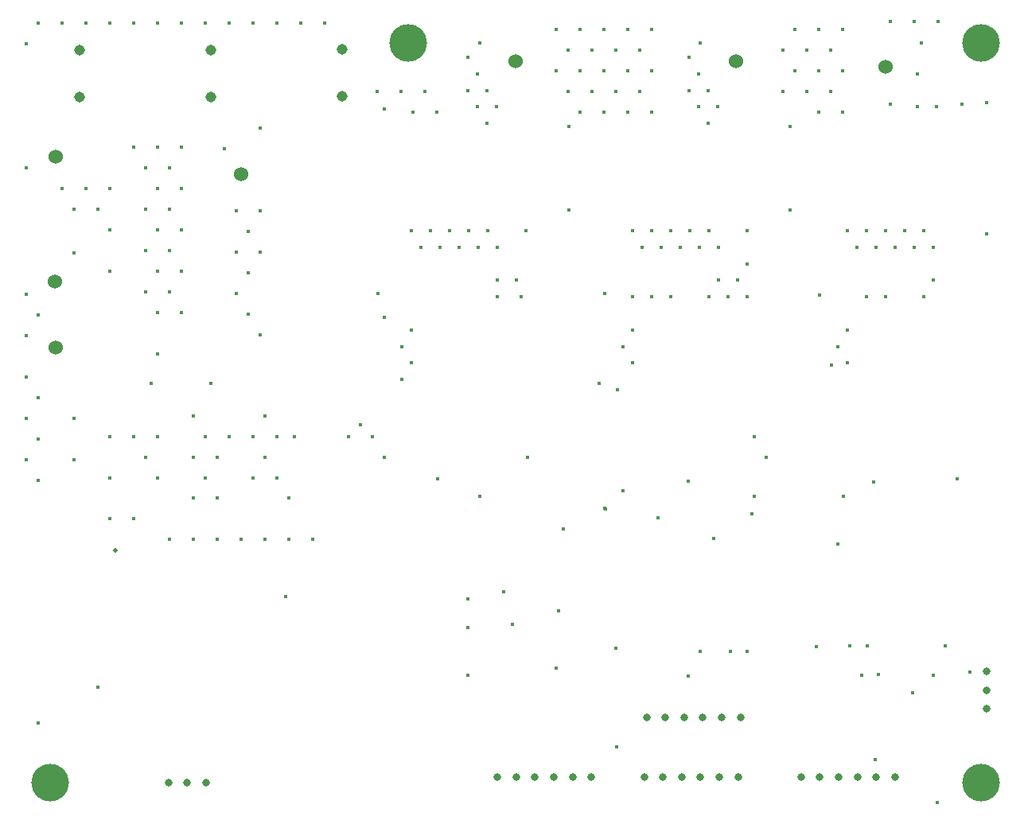
<source format=gbr>
G04 PROTEUS GERBER X2 FILE*
%TF.GenerationSoftware,Labcenter,Proteus,8.7-SP3-Build25561*%
%TF.CreationDate,2021-06-30T06:14:37+00:00*%
%TF.FileFunction,Plated,1,2,PTH*%
%TF.FilePolarity,Positive*%
%TF.Part,Single*%
%TF.SameCoordinates,{77f9167f-24a0-473a-9e88-04ab24b8f88e}*%
%FSLAX45Y45*%
%MOMM*%
G01*
%TA.AperFunction,MechanicalDrill*%
%ADD140C,0.381000*%
%TA.AperFunction,ViaDrill*%
%ADD141C,0.381000*%
%ADD142C,0.508000*%
%TA.AperFunction,ComponentDrill*%
%ADD143C,1.524000*%
%TA.AperFunction,ComponentDrill*%
%ADD144C,0.812800*%
%TA.AperFunction,ComponentDrill*%
%ADD145C,1.143000*%
%TA.AperFunction,OtherDrill,Unknown*%
%ADD146C,4.000000*%
%TD.AperFunction*%
D140*
X+3225800Y+1174750D03*
X+3479800Y+1174750D03*
X+5257800Y+1174750D03*
X+5511800Y+1174750D03*
X+5765800Y+1174750D03*
X+7543800Y+1174750D03*
X+7797800Y+1174750D03*
X+3098800Y+1394720D03*
X+3352800Y+1394720D03*
X+4876800Y+1394720D03*
X+5130800Y+1394720D03*
X+5384800Y+1394720D03*
X+5638800Y+1394720D03*
X+7162800Y+1394720D03*
X+7416800Y+1394720D03*
X+7670800Y+1394720D03*
X+4749800Y+1614690D03*
X+5003800Y+1614690D03*
X+5257800Y+1614690D03*
X+5511800Y+1614690D03*
X+5765800Y+1614690D03*
X+7289800Y+1614690D03*
X+7543800Y+1614690D03*
X+7797800Y+1614690D03*
X+4876800Y+1834660D03*
X+5130800Y+1834660D03*
X+5384800Y+1834660D03*
X+5638800Y+1834660D03*
X+7162800Y+1834660D03*
X+7416800Y+1834660D03*
X+7670800Y+1834660D03*
X+4749800Y+2054630D03*
X+5003800Y+2054630D03*
X+5257800Y+2054630D03*
X+5511800Y+2054630D03*
X+5765800Y+2054630D03*
X+7289800Y+2054630D03*
X+7543800Y+2054630D03*
X+7797800Y+2054630D03*
D141*
X+5562600Y-1497654D03*
X+5461000Y-1321678D03*
X+5562600Y-1145702D03*
X+5562600Y-793750D03*
X+5765800Y-793750D03*
X+5969000Y-793750D03*
X+6375400Y-793750D03*
X+6578600Y-793750D03*
X+6781800Y-793750D03*
X+6477000Y-617774D03*
X+6680200Y-617774D03*
X+6781800Y-441798D03*
X+5664200Y-265822D03*
X+5867400Y-265822D03*
X+6070600Y-265822D03*
X+6273800Y-265822D03*
X+6477000Y-265822D03*
X+5562600Y-89846D03*
X+5765800Y-89846D03*
X+5969000Y-89846D03*
X+6172200Y-89846D03*
X+6375400Y-89846D03*
X+6781800Y-89846D03*
X+7848600Y-1497654D03*
X+7747000Y-1321678D03*
X+7848600Y-1145702D03*
X+8051800Y-793750D03*
X+8255000Y-793750D03*
X+8661400Y-793750D03*
X+8763000Y-617774D03*
X+7950200Y-265822D03*
X+8153400Y-265822D03*
X+8356600Y-265822D03*
X+8559800Y-265822D03*
X+8763000Y-265822D03*
X+7848600Y-89846D03*
X+8051800Y-89846D03*
X+8255000Y-89846D03*
X+8458200Y-89846D03*
X+8661400Y-89846D03*
X+3213100Y-1497654D03*
X+3111500Y-1321678D03*
X+3213100Y-1145702D03*
X+4127500Y-617774D03*
X+4330700Y-617774D03*
X+3314700Y-265822D03*
X+3517900Y-265822D03*
X+3721100Y-265822D03*
X+3924300Y-265822D03*
X+4127500Y-265822D03*
X+3213100Y-89846D03*
X+3416300Y-89846D03*
X+3619500Y-89846D03*
X+3822700Y-89846D03*
X+4025900Y-89846D03*
X+4432300Y-89846D03*
X+4013200Y+1052310D03*
X+3911600Y+1228286D03*
X+4114800Y+1228286D03*
X+3810000Y+1404262D03*
X+4013200Y+1404262D03*
X+3911600Y+1580238D03*
X+3810000Y+1756214D03*
X+3937000Y+1905000D03*
X+8597900Y+1228286D03*
X+8801100Y+1228286D03*
X+8597900Y+1580238D03*
X+8636000Y+1905000D03*
X+6363969Y+1052310D03*
X+6262369Y+1228286D03*
X+6465569Y+1228286D03*
X+6160769Y+1404262D03*
X+6363969Y+1404262D03*
X+6262369Y+1580238D03*
X+6160769Y+1756214D03*
X+6286500Y+1905000D03*
X+7747000Y-3429000D03*
X+6428649Y-3363510D03*
D140*
X+3111500Y-1673630D03*
X+4127500Y-793750D03*
X+4381500Y-793750D03*
X+5003800Y+1174750D03*
D141*
X-127000Y-4953000D03*
D142*
X+63500Y-3492500D03*
D141*
X+1870921Y-3983646D03*
D140*
X+1599186Y-1195100D03*
X+1472186Y-975130D03*
X+1345186Y-755160D03*
X+1472186Y-535190D03*
X+1345186Y-315220D03*
X+1599186Y-315220D03*
X+1472186Y-95250D03*
X+1345186Y+124720D03*
X+1599186Y+124720D03*
X+1218186Y+784630D03*
X+1599186Y+1004600D03*
X-762000Y-2746780D03*
X-889000Y-2526810D03*
X-381000Y-2526810D03*
X-762000Y-2306840D03*
X-889000Y-2086870D03*
X-381000Y-2086870D03*
X-762000Y-1866900D03*
X-889000Y-1646930D03*
X-889000Y-1206990D03*
X-762000Y-987020D03*
X-889000Y-767050D03*
X-381000Y-327110D03*
X+2844800Y+1394720D03*
X+8305800Y+1257545D03*
X+9067800Y+1257545D03*
X+8305800Y+2137425D03*
X+8559800Y+2137425D03*
X+8813800Y+2137425D03*
D141*
X+5837110Y-3144357D03*
X+5270500Y-3048000D03*
X+2921000Y+1206500D03*
X+4889500Y+1016000D03*
X+4889500Y+127000D03*
X+2857500Y-762000D03*
X+444500Y-1714500D03*
X+1079500Y-1714500D03*
X+2667000Y-2159000D03*
X+3492500Y-2730500D03*
X+5270500Y-762000D03*
X+9334500Y-127000D03*
X+9334500Y+1270000D03*
X+7556500Y-771119D03*
X+7239000Y+1016000D03*
X+7239000Y+127000D03*
X+7683500Y-1524000D03*
X+5207000Y-1714500D03*
X+6159500Y-2756319D03*
X+6858000Y-2921000D03*
X+7810500Y-2921000D03*
X+8130124Y-2765437D03*
X+5461000Y-2857500D03*
X+5274900Y-3052400D03*
X+6830053Y-3107255D03*
X+4191000Y-3937000D03*
X+6286500Y-4572000D03*
X+6604000Y-4572000D03*
X+7519052Y-4519896D03*
X+7874000Y-4508500D03*
X+3811743Y-4009908D03*
X+3810000Y-4318000D03*
X+2921000Y-1016000D03*
X+5401014Y-1783053D03*
D140*
X+635000Y-3378275D03*
X+889000Y-3378275D03*
X+1143000Y-3378275D03*
X+1397000Y-3378275D03*
X+1651000Y-3378275D03*
X+1905000Y-3378275D03*
X+2159000Y-3378275D03*
X+0Y-3158305D03*
X+254000Y-3158305D03*
X+889000Y-2938335D03*
X+1143000Y-2938335D03*
X+1905000Y-2938335D03*
X+0Y-2718365D03*
X+508000Y-2718365D03*
X+1016000Y-2718365D03*
X+1524000Y-2718365D03*
X+1778000Y-2718365D03*
X+381000Y-2498395D03*
X+889000Y-2498395D03*
X+1143000Y-2498395D03*
X+1651000Y-2498395D03*
X+2921000Y-2498395D03*
X+4445000Y-2498395D03*
X+6985000Y-2498395D03*
X+0Y-2278425D03*
X+254000Y-2278425D03*
X+508000Y-2278425D03*
X+1016000Y-2278425D03*
X+1270000Y-2278425D03*
X+1524000Y-2278425D03*
X+1778000Y-2278425D03*
X+2540000Y-2278425D03*
X+2794000Y-2278425D03*
X+6858000Y-2278425D03*
X+889000Y-2058455D03*
X+1651000Y-2058455D03*
X+508000Y-1398545D03*
X+508000Y-958605D03*
X+762000Y-958605D03*
X+381000Y-738635D03*
X+635000Y-738635D03*
X+0Y-518665D03*
X+508000Y-518665D03*
X+762000Y-518665D03*
X+381000Y-298695D03*
X+635000Y-298695D03*
X+0Y-78725D03*
X+508000Y-78725D03*
X+762000Y-78725D03*
X-381000Y+141245D03*
X-127000Y+141245D03*
X+381000Y+141245D03*
X+635000Y+141245D03*
X-508000Y+361215D03*
X-254000Y+361215D03*
X+0Y+361215D03*
X+508000Y+361215D03*
X+762000Y+361215D03*
X-889000Y+581185D03*
X+381000Y+581185D03*
X+635000Y+581185D03*
X+254000Y+801155D03*
X+508000Y+801155D03*
X+762000Y+801155D03*
X-889000Y+1901005D03*
X-762000Y+2120975D03*
X-508000Y+2120975D03*
X-254000Y+2120975D03*
X+0Y+2120975D03*
X+254000Y+2120975D03*
X+508000Y+2120975D03*
X+762000Y+2120975D03*
X+1016000Y+2120975D03*
X+1270000Y+2120975D03*
X+1524000Y+2120975D03*
X+1778000Y+2120975D03*
X+2032000Y+2120975D03*
X+2286000Y+2120975D03*
D141*
X+9017000Y-2730500D03*
X+5384021Y-4535575D03*
X-762000Y-5334000D03*
X+1968500Y-2286000D03*
X+4283159Y-4283011D03*
X+4826045Y-3267760D03*
X+3937000Y-2921000D03*
X+8179340Y-4812956D03*
X+8546457Y-5012353D03*
X+8763000Y-4826000D03*
X+8890000Y-4508500D03*
X+9152534Y-4790567D03*
X+8144101Y-5716084D03*
X+8802625Y-6177544D03*
X+6153231Y-4826944D03*
X+6778656Y-4571579D03*
X+8064500Y-4508500D03*
X+8001000Y-4826000D03*
X+5397500Y-5588000D03*
X+4775444Y-4133215D03*
X+4754453Y-4741974D03*
X+3810000Y-4826000D03*
D143*
X+4318000Y+1714500D03*
X+6667500Y+1714500D03*
X+8255000Y+1651000D03*
X-571500Y+698500D03*
X-571500Y-1333500D03*
D144*
X+9334500Y-5181500D03*
X+9334500Y-4981500D03*
X+9334500Y-4781500D03*
X+8356500Y-5905500D03*
X+8156500Y-5905500D03*
X+7956500Y-5905500D03*
X+7756500Y-5905500D03*
X+7556500Y-5905500D03*
X+7356500Y-5905500D03*
D143*
X-582734Y-635000D03*
X+1397000Y+508000D03*
D145*
X+1079500Y+1333500D03*
X+1079500Y+1833500D03*
X-317500Y+1333500D03*
X-317500Y+1833500D03*
X+2476500Y+1337500D03*
X+2476500Y+1837500D03*
D146*
X+9271000Y+1905000D03*
X+3175000Y+1905000D03*
X+9271000Y-5969000D03*
X-635000Y-5969000D03*
D144*
X+4124500Y-5905500D03*
X+4324500Y-5905500D03*
X+4524500Y-5905500D03*
X+4724500Y-5905500D03*
X+4924500Y-5905500D03*
X+5124500Y-5905500D03*
X+5686500Y-5905500D03*
X+5886500Y-5905500D03*
X+6086500Y-5905500D03*
X+6286500Y-5905500D03*
X+6486500Y-5905500D03*
X+6686500Y-5905500D03*
X+5712000Y-5270500D03*
X+5912000Y-5270500D03*
X+6112000Y-5270500D03*
X+6312000Y-5270500D03*
X+6512000Y-5270500D03*
X+6712000Y-5270500D03*
X+1025500Y-5969000D03*
X+825500Y-5969000D03*
X+625500Y-5969000D03*
M02*

</source>
